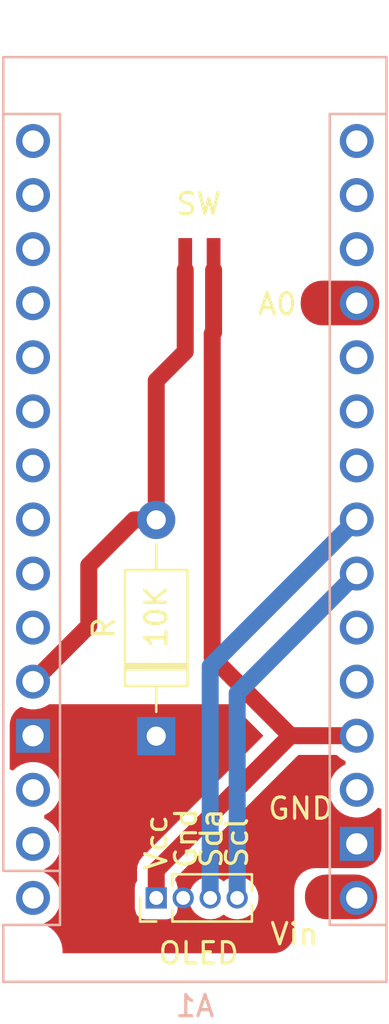
<source format=kicad_pcb>
(kicad_pcb (version 20200829) (generator pcbnew)

  (general
    (thickness 1.6)
  )

  (paper "A4")
  (layers
    (0 "F.Cu" signal)
    (31 "B.Cu" signal)
    (32 "B.Adhes" user)
    (33 "F.Adhes" user)
    (34 "B.Paste" user)
    (35 "F.Paste" user)
    (36 "B.SilkS" user)
    (37 "F.SilkS" user)
    (38 "B.Mask" user)
    (39 "F.Mask" user)
    (40 "Dwgs.User" user)
    (41 "Cmts.User" user)
    (42 "Eco1.User" user)
    (43 "Eco2.User" user)
    (44 "Edge.Cuts" user)
    (45 "Margin" user)
    (46 "B.CrtYd" user)
    (47 "F.CrtYd" user)
    (48 "B.Fab" user)
    (49 "F.Fab" user)
  )

  (setup
    (pcbplotparams
      (layerselection 0x010fc_ffffffff)
      (usegerberextensions false)
      (usegerberattributes true)
      (usegerberadvancedattributes true)
      (creategerberjobfile true)
      (svguseinch false)
      (svgprecision 6)
      (excludeedgelayer true)
      (linewidth 0.100000)
      (plotframeref false)
      (viasonmask false)
      (mode 1)
      (useauxorigin false)
      (hpglpennumber 1)
      (hpglpenspeed 20)
      (hpglpendiameter 15.000000)
      (psnegative false)
      (psa4output false)
      (plotreference true)
      (plotvalue true)
      (plotinvisibletext false)
      (sketchpadsonfab false)
      (subtractmaskfromsilk false)
      (outputformat 1)
      (mirror false)
      (drillshape 1)
      (scaleselection 1)
      (outputdirectory "")
    )
  )


  (net 0 "")
  (net 1 "Net-(A1-Pad30)")
  (net 2 "GND")
  (net 3 "/ARD5V")
  (net 4 "/A5")
  (net 5 "/A4")
  (net 6 "Net-(A1-Pad5)")
  (net 7 "Net-(A1-Pad19)")

  (module "Connector_PinHeader_1.27mm:PinHeader_1x04_P1.27mm_Vertical" (layer "F.Cu") (tedit 5F6D2785) (tstamp 5cea0b9e-0913-43f5-ba9a-20c7862225f4)
    (at 178.6 96.2 90)
    (descr "Through hole straight pin header, 1x04, 1.27mm pitch, single row")
    (tags "Through hole pin header THT 1x04 1.27mm single row")
    (property "Sheet file" "/Volumes/WD500/Projects/Oled_Clicker/KiCad/Clicker/Clicker.kicad_sch")
    (property "Sheet name" "")
    (path "/fb69615d-f9be-48a0-9bc2-d446d30a5bb4")
    (attr through_hole)
    (fp_text reference "OLED" (at -2.6 2 180) (layer "F.SilkS")
      (effects (font (size 1 1) (thickness 0.15)))
      (tstamp 43d94ab6-94c2-4b01-8b02-8015bc3f32c5)
    )
    (fp_text value "OLED" (at 0 5.505 90) (layer "F.Fab")
      (effects (font (size 1 1) (thickness 0.15)))
      (tstamp 3e0c7e95-bd73-4cd8-856a-f21063ce57d8)
    )
    (fp_text user "${REFERENCE}" (at 0 1.905) (layer "F.Fab")
      (effects (font (size 1 1) (thickness 0.15)))
      (tstamp ad31d392-f7e1-4fc1-b6a9-77040717ca1e)
    )
    (fp_line (start 0.563471 0.76) (end 1.11 0.76) (layer "F.SilkS") (width 0.12) (tstamp 4e22bd30-0614-421a-b12d-ea24e5b0aa5d))
    (fp_line (start -1.11 0.76) (end -0.563471 0.76) (layer "F.SilkS") (width 0.12) (tstamp 76a1a0cc-960a-4a6a-8f6e-4ffc570263b2))
    (fp_line (start -1.11 -0.76) (end 0 -0.76) (layer "F.SilkS") (width 0.12) (tstamp 785e447f-7194-4814-a397-e6fea9834bc4))
    (fp_line (start -1.11 0) (end -1.11 -0.76) (layer "F.SilkS") (width 0.12) (tstamp 8e1dac50-b0db-4596-8bd2-1f21bf7a8131))
    (fp_line (start 0.30753 4.505) (end 1.11 4.505) (layer "F.SilkS") (width 0.12) (tstamp a8e430b5-dfea-4910-ad15-08ba3ed7bba0))
    (fp_line (start 1.11 0.76) (end 1.11 4.505) (layer "F.SilkS") (width 0.12) (tstamp b10268a8-08e6-44db-8dfb-626b712a7a6e))
    (fp_line (start -1.11 0.76) (end -1.11 4.505) (layer "F.SilkS") (width 0.12) (tstamp b88c62b1-9af7-4ff5-a2cd-7bcc3aeb8bdc))
    (fp_line (start -1.11 4.505) (end -0.30753 4.505) (layer "F.SilkS") (width 0.12) (tstamp f03e2645-cfc0-4231-9926-255b6ce7766e))
    (fp_line (start 1.55 4.95) (end 1.55 -1.15) (layer "F.CrtYd") (width 0.05) (tstamp 125e9aa2-0ac9-4e48-805f-3ec97bd7e0bb))
    (fp_line (start -1.55 -1.15) (end -1.55 4.95) (layer "F.CrtYd") (width 0.05) (tstamp 6b10e83b-6c52-463b-840b-284722620687))
    (fp_line (start -1.55 4.95) (end 1.55 4.95) (layer "F.CrtYd") (width 0.05) (tstamp 8d4d8dcc-ce56-4127-a292-74cd7c8733a4))
    (fp_line (start 1.55 -1.15) (end -1.55 -1.15) (layer "F.CrtYd") (width 0.05) (tstamp e72c8993-3c27-4e79-ad70-b3f3cbf6b8a1))
    (fp_line (start 1.05 -0.635) (end 1.05 4.445) (layer "F.Fab") (width 0.1) (tstamp 07978f13-b92e-4abd-b7a1-f38cdf30f5a4))
    (fp_line (start -1.05 -0.11) (end -0.525 -0.635) (layer "F.Fab") (width 0.1) (tstamp 4c5707e0-eceb-47bb-a315-3e648335c0cd))
    (fp_line (start -0.525 -0.635) (end 1.05 -0.635) (layer "F.Fab") (width 0.1) (tstamp 7605259b-4cf3-4cf3-a2cc-69e20a56a9a0))
    (fp_line (start 1.05 4.445) (end -1.05 4.445) (layer "F.Fab") (width 0.1) (tstamp 7cb474e7-d919-4685-a2f2-383749763ef6))
    (fp_line (start -1.05 4.445) (end -1.05 -0.11) (layer "F.Fab") (width 0.1) (tstamp ce9656b6-4bbe-4045-afec-1ced11fe2a36))
    (pad "1" thru_hole rect (at 0 0 90) (size 1 1) (drill 0.65) (layers *.Cu *.Mask)
      (net 3 "/ARD5V") (pinfunction "SDA") (tstamp cce03d45-0285-4fa0-8a9f-91ca47a0bba7))
    (pad "2" thru_hole oval (at 0 1.27 90) (size 1 1) (drill 0.65) (layers *.Cu *.Mask)
      (net 2 "GND") (pinfunction "SCL") (tstamp e436014f-4e17-445b-917c-8d63f8d0eaac))
    (pad "3" thru_hole oval (at 0 2.54 90) (size 1 1) (drill 0.65) (layers *.Cu *.Mask)
      (net 5 "/A4") (pinfunction "VCC") (tstamp 49dc471a-c1bf-45d7-87d5-0bc376596bf1))
    (pad "4" thru_hole oval (at 0 3.81 90) (size 1 1) (drill 0.65) (layers *.Cu *.Mask)
      (net 4 "/A5") (pinfunction "GND") (tstamp aec411a9-2d51-41d7-bb57-16e459839e71))
    (model "${KISYS3DMOD}/Connector_PinHeader_1.27mm.3dshapes/PinHeader_1x04_P1.27mm_Vertical.wrl"
      (offset (xyz 0 0 0))
      (scale (xyz 1 1 1))
      (rotate (xyz 0 0 0))
    )
  )

  (module "Diode_THT:D_A-405_P10.16mm_Horizontal" (layer "F.Cu") (tedit 5AE50CD5) (tstamp ca31733c-a14a-43f7-962c-516cf529221a)
    (at 178.6 88.6 90)
    (descr "Diode, A-405 series, Axial, Horizontal, pin pitch=10.16mm, , length*diameter=5.2*2.7mm^2, , http://www.diodes.com/_files/packages/A-405.pdf")
    (tags "Diode A-405 series Axial Horizontal pin pitch 10.16mm  length 5.2mm diameter 2.7mm")
    (property "Sheet file" "/Volumes/WD500/Projects/Oled_Clicker/KiCad/Clicker/Clicker.kicad_sch")
    (property "Sheet name" "")
    (path "/0aa72639-2965-4edc-9a53-850dde3be69a")
    (attr through_hole)
    (fp_text reference "R" (at 5.08 -2.47 90) (layer "F.SilkS")
      (effects (font (size 1 1) (thickness 0.15)))
      (tstamp 8a28cc80-c2d3-47b3-b4f7-539ae02c34ec)
    )
    (fp_text value "10k" (at 5.08 2.47 90) (layer "F.Fab")
      (effects (font (size 1 1) (thickness 0.15)))
      (tstamp 6b7079c1-7613-4c6b-804b-8108fa0d0051)
    )
    (fp_text user "${REFERENCE}" (at 5.47 0 90) (layer "F.Fab")
      (effects (font (size 1 1) (thickness 0.15)))
      (tstamp f2cb0539-88a6-4f83-91e9-89b45eb27ebe)
    )
    (fp_line (start 3.38 -1.47) (end 3.38 1.47) (layer "F.SilkS") (width 0.12) (tstamp 00d5bdd0-69b8-4761-9781-5de6182f7013))
    (fp_line (start 7.8 1.47) (end 7.8 -1.47) (layer "F.SilkS") (width 0.12) (tstamp 1d253985-55d8-4c14-8622-8bf8ce24bb5f))
    (fp_line (start 9.02 0) (end 7.8 0) (layer "F.SilkS") (width 0.12) (tstamp 27d769f9-91b5-4a05-8344-8cb3584ee3a6))
    (fp_line (start 2.36 -1.47) (end 2.36 1.47) (layer "F.SilkS") (width 0.12) (tstamp 50526b8d-f26c-4928-b618-e6baec36b5a1))
    (fp_line (start 1.14 0) (end 2.36 0) (layer "F.SilkS") (width 0.12) (tstamp 56429aad-ca50-4a4d-bfe1-1f84a6f81def))
    (fp_line (start 3.26 -1.47) (end 3.26 1.47) (layer "F.SilkS") (width 0.12) (tstamp 8098260c-0c63-4b3a-be21-4d7aeab43c7c))
    (fp_line (start 2.36 1.47) (end 7.8 1.47) (layer "F.SilkS") (width 0.12) (tstamp ec2309f9-2d6b-48eb-acf6-5a42a56fb7bc))
    (fp_line (start 3.14 -1.47) (end 3.14 1.47) (layer "F.SilkS") (width 0.12) (tstamp f2aba51a-6742-4061-adf7-83b2321e8b17))
    (fp_line (start 7.8 -1.47) (end 2.36 -1.47) (layer "F.SilkS") (width 0.12) (tstamp f8a1bd23-1025-4fc4-ac46-9a24c87c1ab1))
    (fp_line (start 11.31 -1.6) (end -1.15 -1.6) (layer "F.CrtYd") (width 0.05) (tstamp 2cf5ee5d-605a-446f-8037-4633a1e91569))
    (fp_line (start -1.15 -1.6) (end -1.15 1.6) (layer "F.CrtYd") (width 0.05) (tstamp 85d596cb-6c8b-43f8-b658-7fcaa4db277c))
    (fp_line (start 11.31 1.6) (end 11.31 -1.6) (layer "F.CrtYd") (width 0.05) (tstamp d3529696-ac36-4875-882d-fa1c8e2f3101))
    (fp_line (start -1.15 1.6) (end 11.31 1.6) (layer "F.CrtYd") (width 0.05) (tstamp daaddd5a-3b1a-4b23-90b8-e9143a9198d7))
    (fp_line (start 0 0) (end 2.48 0) (layer "F.Fab") (width 0.1) (tstamp 0832832e-b2a1-4093-acb6-28066819aaca))
    (fp_line (start 3.26 -1.35) (end 3.26 1.35) (layer "F.Fab") (width 0.1) (tstamp 22f2a0c9-e64f-4554-a6a9-473e5fa8a2fa))
    (fp_line (start 2.48 1.35) (end 7.68 1.35) (layer "F.Fab") (width 0.1) (tstamp 38a0d04d-384f-45fa-a1c9-1469379b9143))
    (fp_line (start 2.48 -1.35) (end 2.48 1.35) (layer "F.Fab") (width 0.1) (tstamp 9486c599-0290-45d2-a395-27a96a42242b))
    (fp_line (start 10.16 0) (end 7.68 0) (layer "F.Fab") (width 0.1) (tstamp a5526a1d-5a49-4adc-bb98-f9a5ca291978))
    (fp_line (start 7.68 -1.35) (end 2.48 -1.35) (layer "F.Fab") (width 0.1) (tstamp c3d08b31-e65e-433e-8363-cebeee031235))
    (fp_line (start 7.68 1.35) (end 7.68 -1.35) (layer "F.Fab") (width 0.1) (tstamp d81ac64e-c1bf-47b3-b0a5-b25c1c46b152))
    (fp_line (start 3.16 -1.35) (end 3.16 1.35) (layer "F.Fab") (width 0.1) (tstamp e520b881-5ecb-4bf5-9ac0-6d7aa6d12c23))
    (fp_line (start 3.36 -1.35) (end 3.36 1.35) (layer "F.Fab") (width 0.1) (tstamp ee67110e-de2a-47c2-ac7f-a9ae32633a83))
    (pad "1" thru_hole rect (at 0 0 90) (size 1.8 1.8) (drill 0.9) (layers *.Cu *.Mask)
      (net 2 "GND") (tstamp d4166f12-6781-4aee-87a9-323c70664817))
    (pad "2" thru_hole oval (at 10.16 0 90) (size 1.8 1.8) (drill 0.9) (layers *.Cu *.Mask)
      (net 6 "Net-(A1-Pad5)") (tstamp 69cba609-2627-4605-9e25-5cdb982c693d))
    (model "${KISYS3DMOD}/Diode_THT.3dshapes/D_A-405_P10.16mm_Horizontal.wrl"
      (offset (xyz 0 0 0))
      (scale (xyz 1 1 1))
      (rotate (xyz 0 0 0))
    )
  )

  (module "Connector_PinHeader_1.27mm:PinHeader_1x02_P1.27mm_Vertical_SMD_Pin1Right" (layer "F.Cu") (tedit 5F6D2CAE) (tstamp ccfeb607-3a4a-42c7-a124-8c82603618ca)
    (at 180.6 68.2 90)
    (descr "surface-mounted straight pin header, 1x02, 1.27mm pitch, single row, style 2 (pin 1 right)")
    (tags "Surface mounted pin header SMD 1x02 1.27mm single row style2 pin1 right")
    (property "Sheet file" "/Volumes/WD500/Projects/Oled_Clicker/KiCad/Clicker/Clicker.kicad_sch")
    (property "Sheet name" "")
    (path "/0693592d-d598-42ce-8ed8-31cafa55086c")
    (attr smd)
    (fp_text reference "SW" (at 4.6 0) (layer "F.SilkS")
      (effects (font (size 1 1) (thickness 0.15)))
      (tstamp 0bc741cf-36f0-4e8c-8087-65ae8b9d376e)
    )
    (fp_text value "SW_PUSH" (at 0 2.33 90) (layer "F.Fab")
      (effects (font (size 1 1) (thickness 0.15)))
      (tstamp 7ed725fa-a0de-4f2a-81d4-685abba037ae)
    )
    (fp_line (start -3.5 1.8) (end 3.5 1.8) (layer "F.CrtYd") (width 0.05) (tstamp 357d5adf-be32-4621-a66f-375f372f0f54))
    (fp_line (start 3.5 1.8) (end 3.5 -1.8) (layer "F.CrtYd") (width 0.05) (tstamp 39ae2551-ba29-4944-bf32-1ca6af04a97b))
    (fp_line (start -3.5 -1.8) (end -3.5 1.8) (layer "F.CrtYd") (width 0.05) (tstamp 9fe90fc0-dc77-4a37-b737-f2a658a34367))
    (fp_line (start 3.5 -1.8) (end -3.5 -1.8) (layer "F.CrtYd") (width 0.05) (tstamp d87c5aca-9303-4887-9ec3-45f6377aa4a3))
    (fp_line (start 2.5 -0.835) (end 2.5 -0.435) (layer "F.Fab") (width 0.1) (tstamp 3f0e5c1d-3339-4c55-b35b-f8dbf6aacb22))
    (fp_line (start 2.5 -0.435) (end 1.05 -0.435) (layer "F.Fab") (width 0.1) (tstamp be346d05-fe13-40c5-ba90-e156e6768099))
    (fp_line (start 1.05 -0.835) (end 2.5 -0.835) (layer "F.Fab") (width 0.1) (tstamp c1e93392-d74e-41bd-8783-c546d755f28c))
    (pad "1" connect rect (at 1.5 -0.635 90) (size 3 0.65) (layers "F.Cu" "F.Mask")
      (net 6 "Net-(A1-Pad5)") (pinfunction "1") (tstamp ad8509cd-e972-4c93-87d7-1c56673722ed))
    (pad "2" connect rect (at 1.5 0.7 90) (size 3 0.65) (layers "F.Cu" "F.Mask")
      (net 3 "/ARD5V") (pinfunction "2") (tstamp 1aceae9b-1fbe-4621-995d-8786f2a0dba2))
    (model "${KISYS3DMOD}/Connector_PinHeader_1.27mm.3dshapes/PinHeader_1x02_P1.27mm_Vertical_SMD_Pin1Right.wrl"
      (offset (xyz 0 0 0))
      (scale (xyz 1 1 1))
      (rotate (xyz 0 0 0))
    )
  )

  (module "Module:Arduino_Nano_WithMountingHoles" (layer "B.Cu") (tedit 5F6D2965) (tstamp 82d83bfa-f713-4a0a-bd7b-4c9e3ce53831)
    (at 172.8 96.2)
    (descr "Arduino Nano, http://www.mouser.com/pdfdocs/Gravitech_Arduino_Nano3_0.pdf")
    (tags "Arduino Nano")
    (property "Sheet file" "/Volumes/WD500/Projects/Oled_Clicker/KiCad/Clicker/Clicker.kicad_sch")
    (property "Sheet name" "")
    (path "/10dec80c-c841-41f3-9f62-f78ad9dd8f1d")
    (attr through_hole)
    (fp_text reference "A1" (at 7.62 5.08) (layer "B.SilkS")
      (effects (font (size 1 1) (thickness 0.15)) (justify mirror))
      (tstamp 37eb7f38-5070-4733-afed-7d7ab1239f02)
    )
    (fp_text value "Arduino_Nano" (at 8.89 -15.24 -90) (layer "B.Fab")
      (effects (font (size 1 1) (thickness 0.15)) (justify mirror))
      (tstamp afd2bebe-8829-4ed0-9914-543f7abc7a2a)
    )
    (fp_text user "${REFERENCE}" (at 6.35 -16.51 -90) (layer "B.Fab")
      (effects (font (size 1 1) (thickness 0.15)) (justify mirror))
      (tstamp 544b3fda-a328-47a0-8959-c4dbe10c6197)
    )
    (fp_line (start -1.4 -1.27) (end -1.4 -39.5) (layer "B.SilkS") (width 0.12) (tstamp 0f45f9ee-6899-43f3-a527-46be499726c8))
    (fp_line (start 1.27 -36.83) (end -1.4 -36.83) (layer "B.SilkS") (width 0.12) (tstamp 286d92ee-0075-41dd-a7b3-1f3c1ecbdfff))
    (fp_line (start -1.4 3.94) (end -1.4 1.27) (layer "B.SilkS") (width 0.12) (tstamp 2c303c3f-d0d4-4201-baff-d1f95c15cd17))
    (fp_line (start 16.64 -39.5) (end 16.64 3.94) (layer "B.SilkS") (width 0.12) (tstamp 415fc0b1-a218-4a30-98e2-bd60c8c5e964))
    (fp_line (start 13.97 -36.83) (end 16.64 -36.83) (layer "B.SilkS") (width 0.12) (tstamp 464f2afc-f999-4a12-853b-258e290b7798))
    (fp_line (start 1.27 -1.27) (end -1.4 -1.27) (layer "B.SilkS") (width 0.12) (tstamp 5f8335cc-ad7a-460e-92a8-0bc2636b7779))
    (fp_line (start 16.64 3.94) (end -1.4 3.94) (layer "B.SilkS") (width 0.12) (tstamp 97f09536-5fb9-414d-8b3c-8b36d41a84f7))
    (fp_line (start 13.97 1.27) (end 16.64 1.27) (layer "B.SilkS") (width 0.12) (tstamp acf874a9-5696-4206-9230-6bb82b1b30fa))
    (fp_line (start -1.4 -39.5) (end 16.64 -39.5) (layer "B.SilkS") (width 0.12) (tstamp ae0f56c4-9c24-4dce-8bc1-5f3b31782fe2))
    (fp_line (start 1.27 -1.27) (end 1.27 -36.83) (layer "B.SilkS") (width 0.12) (tstamp b301d676-6b91-462c-a8b3-b8986a92a1ec))
    (fp_line (start 1.27 1.27) (end -1.4 1.27) (layer "B.SilkS") (width 0.12) (tstamp c9aa0b20-d643-4792-9364-eec2b71f28f3))
    (fp_line (start 13.97 1.27) (end 13.97 -36.83) (layer "B.SilkS") (width 0.12) (tstamp d7c4c7ef-63b1-4154-af80-64186a4ca16c))
    (fp_line (start 1.27 -1.27) (end 1.27 1.27) (layer "B.SilkS") (width 0.12) (tstamp fbb8abc2-f118-45d8-a350-cbd6b94b2c4a))
    (fp_line (start -1.53 4.06) (end -1.53 -42.16) (layer "B.CrtYd") (width 0.05) (tstamp 23e84859-487c-45f3-aab5-f5f9d40f8cda))
    (fp_line (start 16.75 -42.16) (end -1.53 -42.16) (layer "B.CrtYd") (width 0.05) (tstamp 325c45f0-5488-40bb-87d0-392ae204c8d3))
    (fp_line (start -1.53 4.06) (end 16.75 4.06) (layer "B.CrtYd") (width 0.05) (tstamp 388fef55-fd8f-4cc2-9c3c-f8b3afacaa89))
    (fp_line (start 16.75 -42.16) (end 16.75 4.06) (layer "B.CrtYd") (width 0.05) (tstamp 4b14b0c3-904e-4ed6-94f5-b9cd7687d153))
    (fp_line (start 16.51 3.81) (end 16.51 -39.37) (layer "B.Fab") (width 0.1) (tstamp 04b9720a-7bdb-4d1a-9d0b-b894470dc3c5))
    (fp_line (start 0 3.81) (end 16.51 3.81) (layer "B.Fab") (width 0.1) (tstamp 4f043aef-3798-45f3-b4b8-d7f16a00d0d7))
    (fp_line (start 16.51 -39.37) (end -1.27 -39.37) (layer "B.Fab") (width 0.1) (tstamp 70ebf152-6e62-4b7c-8b0d-200c9aabf537))
    (fp_line (start 11.43 -31.75) (end 11.43 -41.91) (layer "B.Fab") (width 0.1) (tstamp 78ef7e9b-4d6f-4a51-ba7f-d6dc8c04728d))
    (fp_line (start -1.27 -39.37) (end -1.27 2.54) (layer "B.Fab") (width 0.1) (tstamp ac6f698a-227d-4413-bdb3-8d6a6888fa2b))
    (fp_line (start 3.81 -31.75) (end 11.43 -31.75) (layer "B.Fab") (width 0.1) (tstamp c486fbc7-9239-4a11-b00d-7f8796183035))
    (fp_line (start -1.27 2.54) (end 0 3.81) (layer "B.Fab") (width 0.1) (tstamp d651e2f7-af3f-4bd1-acde-b403a0819a9d))
    (fp_line (start 3.81 -41.91) (end 3.81 -31.75) (layer "B.Fab") (width 0.1) (tstamp f7310187-bd25-499b-9a87-543c00c004fb))
    (fp_line (start 11.43 -41.91) (end 3.81 -41.91) (layer "B.Fab") (width 0.1) (tstamp f8f2b554-3e45-4c73-904a-421697ab709b))
    (pad "" np_thru_hole circle (at 15.24 -38.1) (size 1.78 1.78) (drill 1.78) (layers *.Cu *.Mask) (tstamp 738517ba-0289-47e9-a79e-041bc94aee9d))
    (pad "" np_thru_hole circle (at 15.24 2.54) (size 1.78 1.78) (drill 1.78) (layers *.Cu *.Mask) (tstamp 87c2289a-68d2-4367-a5ac-c6e43b80022f))
    (pad "" np_thru_hole circle (at 0 2.54) (size 1.78 1.78) (drill 1.78) (layers *.Cu *.Mask) (tstamp 99fccf3f-bc20-49bf-9db9-c34a2165431b))
    (pad "" np_thru_hole circle (at 0 -38.1) (size 1.78 1.78) (drill 1.78) (layers *.Cu *.Mask) (tstamp bd5e6f55-3fa2-44fe-b147-91cdd8e1be91))
    (pad "1" thru_hole oval (at 0 0) (size 1.6 1.6) (drill 1) (layers *.Cu *.Mask)
      (pinfunction "D1/RX") (tstamp 0185778a-1298-4f06-911a-aae33c0552da))
    (pad "2" thru_hole oval (at 0 -2.54) (size 1.6 1.6) (drill 1) (layers *.Cu *.Mask)
      (pinfunction "D0/TX") (tstamp d59fa001-88d6-4abd-9fa9-e04d79cc4fac))
    (pad "3" thru_hole oval (at 0 -5.08) (size 1.6 1.6) (drill 1) (layers *.Cu *.Mask)
      (pinfunction "RESET") (tstamp 2760f3d6-4dba-45f6-ab8c-75fb2a518e4d))
    (pad "4" thru_hole trapezoid (at 0 -7.62) (size 1.6 1.6) (drill 1) (layers *.Cu *.Mask)
      (net 2 "GND") (pinfunction "GND") (tstamp 3beae781-b708-4501-82af-aaaf083dfda0))
    (pad "5" thru_hole oval (at 0 -10.16) (size 1.6 1.6) (drill 1) (layers *.Cu *.Mask)
      (net 6 "Net-(A1-Pad5)") (pinfunction "D2") (tstamp 9890a7ff-cbd4-4988-bef1-4d45c7e284c8))
    (pad "6" thru_hole oval (at 0 -12.7) (size 1.6 1.6) (drill 1) (layers *.Cu *.Mask)
      (pinfunction "D3") (tstamp ec545134-73e3-4399-ba94-eb1d44c2e53f))
    (pad "7" thru_hole oval (at 0 -15.24) (size 1.6 1.6) (drill 1) (layers *.Cu *.Mask)
      (pinfunction "D4") (tstamp b35c63ad-d9a0-4929-a06d-19f0d7e33059))
    (pad "8" thru_hole oval (at 0 -17.78) (size 1.6 1.6) (drill 1) (layers *.Cu *.Mask)
      (pinfunction "D5") (tstamp d06b84da-71dc-4ff1-8340-f20c00208a1e))
    (pad "9" thru_hole oval (at 0 -20.32) (size 1.6 1.6) (drill 1) (layers *.Cu *.Mask)
      (pinfunction "D6") (tstamp e98ec07b-a78f-4905-aaaa-eb59f7e80d9f))
    (pad "10" thru_hole oval (at 0 -22.86) (size 1.6 1.6) (drill 1) (layers *.Cu *.Mask)
      (pinfunction "D7") (tstamp 6cbd3d47-9ad2-4882-a6c0-02a58011afd8))
    (pad "11" thru_hole oval (at 0 -25.4) (size 1.6 1.6) (drill 1) (layers *.Cu *.Mask)
      (pinfunction "D8") (tstamp c22587d5-8b0a-46c0-827c-3b359c3be242))
    (pad "12" thru_hole oval (at 0 -27.94) (size 1.6 1.6) (drill 1) (layers *.Cu *.Mask)
      (pinfunction "D9") (tstamp 0deff0d4-febd-4073-8505-892e85da856e))
    (pad "13" thru_hole oval (at 0 -30.48) (size 1.6 1.6) (drill 1) (layers *.Cu *.Mask)
      (pinfunction "D10") (tstamp 6ee4ec51-844d-4286-b5de-3ef5dece344c))
    (pad "14" thru_hole oval (at 0 -33.02) (size 1.6 1.6) (drill 1) (layers *.Cu *.Mask)
      (pinfunction "D11") (tstamp 798970f5-f807-4f47-8fd6-c4fe0a89e710))
    (pad "15" thru_hole oval (at 0 -35.56) (size 1.6 1.6) (drill 1) (layers *.Cu *.Mask)
      (pinfunction "D12") (tstamp 109f7d85-599e-4f6d-8003-90522f5c902d))
    (pad "16" thru_hole oval (at 15.24 -35.56) (size 1.6 1.6) (drill 1) (layers *.Cu *.Mask)
      (pinfunction "D13") (tstamp 27514014-431d-4e5c-8873-9bf91e444f0c))
    (pad "17" thru_hole oval (at 15.24 -33.02) (size 1.6 1.6) (drill 1) (layers *.Cu *.Mask)
      (pinfunction "3V3") (tstamp a4f14ede-bedb-4bcc-82c0-cea21ee82380))
    (pad "18" thru_hole oval (at 15.24 -30.48) (size 1.6 1.6) (drill 1) (layers *.Cu *.Mask)
      (pinfunction "Aref") (tstamp 7541ac6f-5f7a-4781-9001-4d310758c932))
    (pad "19" thru_hole oval (at 15.24 -27.94) (size 1.6 1.6) (drill 1) (layers *.Cu *.Mask)
      (net 7 "Net-(A1-Pad19)") (pinfunction "AD0/D14") (tstamp a0d1dd4e-0631-45fb-9d25-7d63e326a084))
    (pad "20" thru_hole oval (at 15.24 -25.4) (size 1.6 1.6) (drill 1) (layers *.Cu *.Mask)
      (pinfunction "AD1/D15") (tstamp 6de60469-b9ff-48f6-859d-6e9754dc4999))
    (pad "21" thru_hole oval (at 15.24 -22.86) (size 1.6 1.6) (drill 1) (layers *.Cu *.Mask)
      (pinfunction "AD2/D16") (tstamp 044ca295-b33c-4ee4-b69c-905a7a2ed807))
    (pad "22" thru_hole oval (at 15.24 -20.32) (size 1.6 1.6) (drill 1) (layers *.Cu *.Mask)
      (pinfunction "AD3/D17") (tstamp 129a05bb-cfba-4ea9-bce1-0a401a8ff266))
    (pad "23" thru_hole oval (at 15.24 -17.78) (size 1.6 1.6) (drill 1) (layers *.Cu *.Mask)
      (net 5 "/A4") (pinfunction "AD4/D18") (tstamp d3a06025-f43e-4d1d-a2ea-882f9e014d27))
    (pad "24" thru_hole oval (at 15.24 -15.24) (size 1.6 1.6) (drill 1) (layers *.Cu *.Mask)
      (net 4 "/A5") (pinfunction "AD5/D19") (tstamp 58e15c39-15de-4b27-9dbc-e5b93cb7e84e))
    (pad "25" thru_hole oval (at 15.24 -12.7) (size 1.6 1.6) (drill 1) (layers *.Cu *.Mask)
      (pinfunction "AD6") (tstamp 1501d0d4-bff1-41c5-8890-460bf0d23c1f))
    (pad "26" thru_hole oval (at 15.24 -10.16) (size 1.6 1.6) (drill 1) (layers *.Cu *.Mask)
      (pinfunction "AD7") (tstamp 22a07d29-552d-4a76-b3ef-edafd3859439))
    (pad "27" thru_hole oval (at 15.24 -7.62) (size 1.6 1.6) (drill 1) (layers *.Cu *.Mask)
      (net 3 "/ARD5V") (pinfunction "5V") (tstamp d0c32a87-c558-4bba-9729-380f0ac4d2e9))
    (pad "28" thru_hole oval (at 15.24 -5.08) (size 1.6 1.6) (drill 1) (layers *.Cu *.Mask)
      (pinfunction "RESET") (tstamp d2b1078d-bfba-4cbd-bc53-15b51ca0db35))
    (pad "29" thru_hole rect (at 15.24 -2.54) (size 1.6 1.6) (drill 1) (layers *.Cu *.Mask)
      (net 2 "GND") (pinfunction "GND") (tstamp 9cf02215-0593-4e9b-9bde-ea785969645b))
    (pad "30" thru_hole oval (at 15.24 0) (size 1.6 1.6) (drill 1) (layers *.Cu *.Mask)
      (net 1 "Net-(A1-Pad30)") (pinfunction "Vin") (tstamp aa3eaf92-6670-426b-98b0-1f431b0bbd9a))
    (model "${KISYS3DMOD}/Module.3dshapes/Arduino_Nano_WithMountingHoles.wrl"
      (offset (xyz 0 0 0))
      (scale (xyz 1 1 1))
      (rotate (xyz 0 0 0))
    )
  )

  (gr_text "10K" (at 178.6 83 90) (layer "F.SilkS") (tstamp 0e2d5874-7b1e-4001-98ee-cb9aa2c6eced)
    (effects (font (size 1 1) (thickness 0.15)))
  )
  (gr_text "Gnd\n" (at 180 93.4 90) (layer "F.SilkS") (tstamp 15fcfedb-1038-449a-aca0-77fe7096819b)
    (effects (font (size 1 1) (thickness 0.15)))
  )
  (gr_text "A0\n" (at 184.3 68.3) (layer "F.SilkS") (tstamp 1e27e5f5-00a3-49ce-a0df-3891026f8b6f)
    (effects (font (size 1 1) (thickness 0.15)))
  )
  (gr_text "Scl" (at 182.4 93.6 90) (layer "F.SilkS") (tstamp 43eb21ae-e4df-46cf-b0b6-044ad227bbef)
    (effects (font (size 1 1) (thickness 0.15)))
  )
  (gr_text "Sda" (at 181.2 93.4 90) (layer "F.SilkS") (tstamp 527d160d-bcde-4b31-817d-7a6e722c9359)
    (effects (font (size 1 1) (thickness 0.15)))
  )
  (gr_text "GND\n" (at 185.4 92) (layer "F.SilkS") (tstamp 9061381e-d3a9-4e43-b320-234ba8574ffd)
    (effects (font (size 1 1) (thickness 0.15)))
  )
  (gr_text "Vin" (at 185.1 97.9) (layer "F.SilkS") (tstamp a3c82592-62bd-4dbd-b2c2-86a622b49c21)
    (effects (font (size 1 1) (thickness 0.15)))
  )
  (gr_text "Vcc" (at 178.6 93.6 90) (layer "F.SilkS") (tstamp ccfdd301-ef78-4f02-9b72-85aff76f5aec)
    (effects (font (size 1 1) (thickness 0.15)))
  )

  (segment (start 181.235 84.895) (end 181.235 69.7) (width 0.8) (layer "F.Cu") (net 3) (tstamp 0e5f4be7-edf0-48a4-86bf-1a5bb9f5e52f))
  (segment (start 178.6 94.9) (end 184.92 88.58) (width 0.8) (layer "F.Cu") (net 3) (tstamp 14d6f00f-3d0d-4b87-adc5-d6f2beb91875))
  (segment (start 184.92 88.58) (end 181.235 84.895) (width 0.8) (layer "F.Cu") (net 3) (tstamp 391f7640-4c66-46a4-91e9-f7fe702b0dd7))
  (segment (start 181.3 69.635) (end 181.3 66.7) (width 0.8) (layer "F.Cu") (net 3) (tstamp 628cb99e-6478-49c0-80a8-fb76ea8fb26b))
  (segment (start 184.92 88.58) (end 188.04 88.58) (width 0.8) (layer "F.Cu") (net 3) (tstamp 8bbeda81-f179-44ff-9115-3015268c71a1))
  (segment (start 178.6 96.2) (end 178.6 94.9) (width 0.8) (layer "F.Cu") (net 3) (tstamp e3a583b3-e0bc-46c8-ba34-7d5ae10bcb6f))
  (segment (start 181.235 69.7) (end 181.3 69.635) (width 0.8) (layer "F.Cu") (net 3) (tstamp ec60a7f5-eac4-430c-a7a1-d225f829eb31))
  (segment (start 182.41 96.2) (end 182.41 86.59) (width 0.8) (layer "B.Cu") (net 4) (tstamp 1b5388a3-be60-4eaf-8e79-98ad493460dc))
  (segment (start 182.41 86.59) (end 188.04 80.96) (width 0.8) (layer "B.Cu") (net 4) (tstamp 754dd9b1-c1d1-4e69-96e9-9c7ad83450d4))
  (segment (start 181.14 96.2) (end 181.14 85.32) (width 0.8) (layer "B.Cu") (net 5) (tstamp 7e759042-eaa6-4877-a543-ce96fcaa441f))
  (segment (start 181.14 85.32) (end 188.04 78.42) (width 0.8) (layer "B.Cu") (net 5) (tstamp a6a40544-47c4-472a-a0dc-3ac68c7bdf40))
  (segment (start 179.965 70.535) (end 179.965 66.7) (width 0.8) (layer "F.Cu") (net 6) (tstamp 7bf21571-f019-4b0e-9291-9121ca06a208))
  (segment (start 177.56 78.44) (end 178.6 78.44) (width 0.8) (layer "F.Cu") (net 6) (tstamp 86061b0b-4856-46f8-b037-eb1b8f43d110))
  (segment (start 175.425 80.575) (end 177.56 78.44) (width 0.8) (layer "F.Cu") (net 6) (tstamp cf5a17cb-a548-4464-b706-22ed1f99f081))
  (segment (start 172.8 86.04) (end 175.425 83.415) (width 0.8) (layer "F.Cu") (net 6) (tstamp d14215bc-054e-4e25-b0f8-4b27fddccbe6))
  (segment (start 178.6 78.44) (end 178.6 71.9) (width 0.8) (layer "F.Cu") (net 6) (tstamp d55cd892-8409-41e7-bc5a-a21ac5a20159))
  (segment (start 175.425 83.415) (end 175.425 80.575) (width 0.8) (layer "F.Cu") (net 6) (tstamp df71ef54-4af6-45d3-9a2c-b1e01705abe8))
  (segment (start 178.6 71.9) (end 179.965 70.535) (width 0.8) (layer "F.Cu") (net 6) (tstamp ebe30243-42d5-41ef-80f0-eaeb88b7d2c4))

  (zone (net 1) (net_name "Net-(A1-Pad30)") (layer "F.Cu") (tstamp 0719f144-5252-47e7-a27d-6e5cd7c33fb2) (hatch edge 0.508)
    (connect_pads yes (clearance 0.508))
    (min_thickness 0.254) (filled_areas_thickness no)
    (fill yes (mode hatch) (thermal_gap 0.508) (thermal_bridge_width 0.508) (smoothing fillet) (radius 1)
      (hatch_thickness 1.016) (hatch_gap 1.524) (hatch_orientation 0)
      (hatch_border_algorithm hatch_thickness) (hatch_min_hole_area 0.3))
    (polygon
      (pts
        (xy 189 97.2)
        (xy 185.6 97.2)
        (xy 185.6 95.1)
        (xy 189 95.1)
      )
    )
    (filled_polygon
      (layer F.Cu)
      (pts
        (xy 188.19509 95.119215)
        (xy 188.382684 95.176121)
        (xy 188.533247 95.256598)
        (xy 188.55557 95.26853)
        (xy 188.707107 95.392893)
        (xy 188.83147 95.54443)
        (xy 188.923879 95.717316)
        (xy 188.974277 95.883456)
        (xy 188.980785 95.90491)
        (xy 189 96.1)
        (xy 189 96.2)
        (xy 188.980785 96.39509)
        (xy 188.923879 96.582684)
        (xy 188.83147 96.75557)
        (xy 188.707107 96.907107)
        (xy 188.55557 97.03147)
        (xy 188.382684 97.123879)
        (xy 188.216544 97.174277)
        (xy 188.19509 97.180785)
        (xy 188 97.2)
        (xy 186.6 97.2)
        (xy 186.40491 97.180785)
        (xy 186.383456 97.174277)
        (xy 186.217316 97.123879)
        (xy 186.04443 97.03147)
        (xy 185.892893 96.907107)
        (xy 185.76853 96.75557)
        (xy 185.676121 96.582684)
        (xy 185.619215 96.39509)
        (xy 185.6 96.2)
        (xy 185.6 96.1)
        (xy 185.619215 95.90491)
        (xy 185.625723 95.883456)
        (xy 185.676121 95.717316)
        (xy 185.76853 95.54443)
        (xy 185.892893 95.392893)
        (xy 186.04443 95.26853)
        (xy 186.066753 95.256598)
        (xy 186.217316 95.176121)
        (xy 186.40491 95.119215)
        (xy 186.6 95.1)
        (xy 188 95.1)
      )
    )
  )
  (zone (net 7) (net_name "Net-(A1-Pad19)") (layer "F.Cu") (tstamp 17db35d1-54b2-4dfe-9eb1-b78c3f1df5ee) (hatch edge 0.508)
    (connect_pads yes (clearance 0.508))
    (min_thickness 0.254) (filled_areas_thickness no)
    (fill yes (thermal_gap 0.508) (thermal_bridge_width 0.508) (smoothing fillet) (radius 1))
    (polygon
      (pts
        (xy 189.1 69.3)
        (xy 185.4 69.3)
        (xy 185.4 67.2)
        (xy 189.1 67.2)
      )
    )
    (filled_polygon
      (layer F.Cu)
      (pts
        (xy 188.29509 67.219215)
        (xy 188.482684 67.276121)
        (xy 188.633247 67.356598)
        (xy 188.65557 67.36853)
        (xy 188.807107 67.492893)
        (xy 188.93147 67.64443)
        (xy 189.023879 67.817316)
        (xy 189.074277 67.983456)
        (xy 189.080785 68.00491)
        (xy 189.1 68.2)
        (xy 189.1 68.3)
        (xy 189.080785 68.49509)
        (xy 189.023879 68.682684)
        (xy 188.93147 68.85557)
        (xy 188.807107 69.007107)
        (xy 188.65557 69.13147)
        (xy 188.482684 69.223879)
        (xy 188.316544 69.274277)
        (xy 188.29509 69.280785)
        (xy 188.1 69.3)
        (xy 186.4 69.3)
        (xy 186.20491 69.280785)
        (xy 186.183456 69.274277)
        (xy 186.017316 69.223879)
        (xy 185.84443 69.13147)
        (xy 185.692893 69.007107)
        (xy 185.56853 68.85557)
        (xy 185.476121 68.682684)
        (xy 185.419215 68.49509)
        (xy 185.4 68.3)
        (xy 185.4 68.2)
        (xy 185.419215 68.00491)
        (xy 185.425723 67.983456)
        (xy 185.476121 67.817316)
        (xy 185.56853 67.64443)
        (xy 185.692893 67.492893)
        (xy 185.84443 67.36853)
        (xy 185.866753 67.356598)
        (xy 186.017316 67.276121)
        (xy 186.20491 67.219215)
        (xy 186.4 67.2)
        (xy 188.1 67.2)
      )
    )
  )
  (zone (net 2) (net_name "GND") (layer "F.Cu") (tstamp 3a9eedf9-b6e0-4a96-afff-e6a91cb67c3f) (hatch edge 0.508)
    (connect_pads yes (clearance 0.5))
    (min_thickness 0.254) (filled_areas_thickness no)
    (fill yes (thermal_gap 0.508) (thermal_bridge_width 0.508) (smoothing fillet) (radius 1))
    (polygon
      (pts
        (xy 189.2 94.8)
        (xy 185.1 94.8)
        (xy 185.1 98.8)
        (xy 171.7 98.8)
        (xy 171.7 87.1)
        (xy 189.2 87.1)
      )
    )
    (filled_polygon
      (layer F.Cu)
      (pts
        (xy 183.645793 88.58)
        (xy 178.004648 94.221146)
        (xy 177.957401 94.2574)
        (xy 177.921147 94.304647)
        (xy 177.921143 94.304651)
        (xy 177.812979 94.445614)
        (xy 177.722192 94.664793)
        (xy 177.691227 94.9)
        (xy 177.699001 94.95905)
        (xy 177.699001 95.394551)
        (xy 177.669214 95.446144)
        (xy 177.622906 95.526351)
        (xy 177.622906 95.526352)
        (xy 177.592287 95.7)
        (xy 177.592287 96.7)
        (xy 177.660308 96.953857)
        (xy 177.773648 97.088931)
        (xy 177.926352 97.177094)
        (xy 178.1 97.207713)
        (xy 179.1 97.207713)
        (xy 179.353857 97.139692)
        (xy 179.488931 97.026352)
        (xy 179.577094 96.873648)
        (xy 179.607713 96.7)
        (xy 179.607713 96.196491)
        (xy 180.134849 96.196491)
        (xy 180.154674 96.398679)
        (xy 180.178704 96.476305)
        (xy 180.214748 96.592746)
        (xy 180.312619 96.770772)
        (xy 180.444287 96.925482)
        (xy 180.604376 97.050557)
        (xy 180.786344 97.140887)
        (xy 180.982759 97.192782)
        (xy 181.185597 97.204122)
        (xy 181.185601 97.204122)
        (xy 181.386571 97.174446)
        (xy 181.528604 97.12275)
        (xy 181.577476 97.104962)
        (xy 181.577478 97.104961)
        (xy 181.782539 96.978806)
        (xy 181.874376 97.050557)
        (xy 182.056344 97.140887)
        (xy 182.252759 97.192782)
        (xy 182.455597 97.204122)
        (xy 182.455601 97.204122)
        (xy 182.656571 97.174446)
        (xy 182.777992 97.130252)
        (xy 182.847476 97.104962)
        (xy 183.020508 96.998511)
        (xy 183.168602 96.859442)
        (xy 183.168604 96.85944)
        (xy 183.285706 96.693438)
        (xy 183.36704 96.507272)
        (xy 183.409278 96.308554)
        (xy 183.410012 96.098422)
        (xy 183.369162 95.899419)
        (xy 183.326896 95.800805)
        (xy 183.28913 95.71269)
        (xy 183.173187 95.54587)
        (xy 183.173185 95.545867)
        (xy 183.026071 95.405771)
        (xy 182.853785 95.298115)
        (xy 182.853784 95.298115)
        (xy 182.853783 95.298114)
        (xy 182.663369 95.2273)
        (xy 182.562987 95.21176)
        (xy 182.462607 95.196221)
        (xy 182.462606 95.196221)
        (xy 182.259694 95.206145)
        (xy 182.113442 95.243696)
        (xy 182.06292 95.256667)
        (xy 181.880327 95.345723)
        (xy 181.78162 95.421737)
        (xy 181.746885 95.400032)
        (xy 181.583783 95.298114)
        (xy 181.393369 95.2273)
        (xy 181.292987 95.21176)
        (xy 181.192607 95.196221)
        (xy 181.192606 95.196221)
        (xy 180.989694 95.206145)
        (xy 180.843442 95.243696)
        (xy 180.79292 95.256667)
        (xy 180.610324 95.345725)
        (xy 180.472968 95.451504)
        (xy 180.449369 95.469678)
        (xy 180.316624 95.623466)
        (xy 180.217513 95.800804)
        (xy 180.156085 95.994449)
        (xy 180.134849 96.196491)
        (xy 179.607713 96.196491)
        (xy 179.607713 95.7)
        (xy 179.539692 95.446144)
        (xy 179.539692 95.446143)
        (xy 179.501 95.400032)
        (xy 179.501 95.273206)
        (xy 185.293207 89.481)
        (xy 187.09133 89.481)
        (xy 187.117249 89.502748)
        (xy 187.11725 89.50275)
        (xy 187.25083 89.614837)
        (xy 187.291504 89.648966)
        (xy 187.513706 89.777254)
        (xy 187.513706 89.922746)
        (xy 187.291504 90.051033)
        (xy 187.11725 90.19725)
        (xy 186.971033 90.371504)
        (xy 186.8573 90.568498)
        (xy 186.779501 90.782248)
        (xy 186.740001 91.006266)
        (xy 186.740001 91.233734)
        (xy 186.779501 91.457752)
        (xy 186.8573 91.671502)
        (xy 186.971033 91.868496)
        (xy 187.11725 92.04275)
        (xy 187.291504 92.188967)
        (xy 187.488498 92.3027)
        (xy 187.702248 92.380499)
        (xy 187.810015 92.399501)
        (xy 187.926265 92.419999)
        (xy 188.153735 92.419999)
        (xy 188.269985 92.399501)
        (xy 188.377752 92.380499)
        (xy 188.591502 92.3027)
        (xy 188.788496 92.188967)
        (xy 188.96275 92.04275)
        (xy 189.034189 91.957613)
        (xy 189.2 92.017963)
        (xy 189.2 93.8)
        (xy 189.180785 93.99509)
        (xy 189.123879 94.182684)
        (xy 189.083943 94.2574)
        (xy 189.03147 94.35557)
        (xy 188.907107 94.507107)
        (xy 188.75557 94.63147)
        (xy 188.582684 94.723879)
        (xy 188.416544 94.774277)
        (xy 188.39509 94.780785)
        (xy 188.2 94.8)
        (xy 186.099997 94.8)
        (xy 185.904914 94.819214)
        (xy 185.904911 94.819215)
        (xy 185.90491 94.819215)
        (xy 185.717317 94.87612)
        (xy 185.54443 94.96853)
        (xy 185.392893 95.092893)
        (xy 185.26853 95.24443)
        (xy 185.17612 95.417317)
        (xy 185.119215 95.60491)
        (xy 185.119214 95.604914)
        (xy 185.109849 95.700001)
        (xy 185.1 95.8)
        (xy 185.1 97.8)
        (xy 185.080785 97.99509)
        (xy 185.023879 98.182684)
        (xy 184.93147 98.35557)
        (xy 184.807107 98.507107)
        (xy 184.65557 98.63147)
        (xy 184.482684 98.723879)
        (xy 184.316544 98.774277)
        (xy 184.29509 98.780785)
        (xy 184.1 98.8)
        (xy 174.188322 98.8)
        (xy 174.19003 98.622054)
        (xy 174.150285 98.389535)
        (xy 174.138324 98.35557)
        (xy 174.071931 98.167035)
        (xy 173.957208 97.96092)
        (xy 173.809398 97.777082)
        (xy 173.632729 97.620778)
        (xy 173.632726 97.620776)
        (xy 173.432243 97.496471)
        (xy 173.432239 97.496469)
        (xy 173.298295 97.413421)
        (xy 173.548496 97.268967)
        (xy 173.72275 97.12275)
        (xy 173.868967 96.948496)
        (xy 173.9827 96.751502)
        (xy 174.060499 96.537752)
        (xy 174.099999 96.313734)
        (xy 174.099999 96.086266)
        (xy 174.060499 95.862248)
        (xy 173.9827 95.648498)
        (xy 173.868967 95.451504)
        (xy 173.72275 95.27725)
        (xy 173.548496 95.131033)
        (xy 173.326294 95.002746)
        (xy 173.326294 94.857254)
        (xy 173.548496 94.728967)
        (xy 173.72275 94.58275)
        (xy 173.868967 94.408496)
        (xy 173.9827 94.211502)
        (xy 174.060499 93.997752)
        (xy 174.099999 93.773734)
        (xy 174.099999 93.546266)
        (xy 174.060499 93.322248)
        (xy 173.9827 93.108498)
        (xy 173.868967 92.911504)
        (xy 173.72275 92.73725)
        (xy 173.548496 92.591033)
        (xy 173.326294 92.462746)
        (xy 173.326294 92.317254)
        (xy 173.548496 92.188967)
        (xy 173.72275 92.04275)
        (xy 173.868967 91.868496)
        (xy 173.9827 91.671502)
        (xy 174.060499 91.457752)
        (xy 174.099999 91.233734)
        (xy 174.099999 91.006266)
        (xy 174.060499 90.782248)
        (xy 173.9827 90.568498)
        (xy 173.868967 90.371504)
        (xy 173.72275 90.19725)
        (xy 173.548496 90.051033)
        (xy 173.351502 89.9373)
        (xy 173.137752 89.859501)
        (xy 172.988407 89.833168)
        (xy 172.913735 89.820001)
        (xy 172.686265 89.820001)
        (xy 172.611593 89.833168)
        (xy 172.462248 89.859501)
        (xy 172.248498 89.9373)
        (xy 172.051504 90.051034)
        (xy 171.8455 90.223891)
        (xy 171.7 90.156043)
        (xy 171.7 88.099997)
        (xy 171.719215 87.90491)
        (xy 171.725723 87.883456)
        (xy 171.776121 87.717316)
        (xy 171.86853 87.54443)
        (xy 171.992893 87.392893)
        (xy 172.14443 87.26853)
        (xy 172.168688 87.255564)
        (xy 172.237598 87.218733)
        (xy 172.462246 87.300498)
        (xy 172.462248 87.300498)
        (xy 172.46225 87.300499)
        (xy 172.686265 87.339999)
        (xy 172.913735 87.339999)
        (xy 173.029985 87.319501)
        (xy 173.137752 87.300499)
        (xy 173.351502 87.2227)
        (xy 173.358373 87.218733)
        (xy 173.548497 87.108965)
        (xy 173.548499 87.108964)
        (xy 173.564024 87.1)
        (xy 182.165793 87.1)
      )
    )
  )
  (zone (net 0) (net_name "") (layer "F.Cu") (tstamp c4c6612e-3f78-47cc-ad09-b00e091a0a69) (hatch edge 0.508)
    (connect_pads yes (clearance 0.508))
    (min_thickness 0.254) (filled_areas_thickness no)
    (fill yes (thermal_gap 0.508) (thermal_bridge_width 0.508))
    (polygon
      (pts
        (xy 189.1 69.3)
        (xy 185.4 69.3)
        (xy 185.4 67.2)
        (xy 189.1 67.2)
      )
    )
    (filled_polygon
      (layer F.Mask)
      (island)
      (pts
        (xy 188.976999 67.200036)
        (xy 188.979995 67.200143)
        (xy 188.982989 67.200321)
        (xy 188.985977 67.200571)
        (xy 188.988959 67.200891)
        (xy 188.991932 67.201282)
        (xy 188.994895 67.201745)
        (xy 188.997846 67.202277)
        (xy 189.000783 67.202879)
        (xy 189.003706 67.203552)
        (xy 189.006611 67.204293)
        (xy 189.009498 67.205104)
        (xy 189.012365 67.205983)
        (xy 189.015211 67.20693)
        (xy 189.018032 67.207944)
        (xy 189.020829 67.209026)
        (xy 189.0236 67.210173)
        (xy 189.026342 67.211386)
        (xy 189.029055 67.212664)
        (xy 189.031737 67.214007)
        (xy 189.034385 67.215412)
        (xy 189.037 67.216881)
        (xy 189.039579 67.218411)
        (xy 189.042121 67.220002)
        (xy 189.044624 67.221653)
        (xy 189.047087 67.223363)
        (xy 189.049509 67.225132)
        (xy 189.051888 67.226957)
        (xy 189.054223 67.228839)
        (xy 189.056512 67.230776)
        (xy 189.058755 67.232766)
        (xy 189.06095 67.23481)
        (xy 189.063095 67.236905)
        (xy 189.06519 67.23905)
        (xy 189.067234 67.241245)
        (xy 189.069224 67.243488)
        (xy 189.071161 67.245777)
        (xy 189.073043 67.248112)
        (xy 189.074868 67.250491)
        (xy 189.076637 67.252913)
        (xy 189.078347 67.255376)
        (xy 189.079998 67.257879)
        (xy 189.081589 67.260421)
        (xy 189.083119 67.263)
        (xy 189.084588 67.265615)
        (xy 189.085993 67.268263)
        (xy 189.087336 67.270945)
        (xy 189.088614 67.273658)
        (xy 189.089827 67.2764)
        (xy 189.090974 67.279171)
        (xy 189.092056 67.281968)
        (xy 189.09307 67.284789)
        (xy 189.094017 67.287635)
        (xy 189.094896 67.290502)
        (xy 189.095707 67.293389)
        (xy 189.096448 67.296294)
        (xy 189.097121 67.299217)
        (xy 189.097723 67.302154)
        (xy 189.098255 67.305105)
        (xy 189.098718 67.308068)
        (xy 189.099109 67.311041)
        (xy 189.099429 67.314023)
        (xy 189.099679 67.317011)
        (xy 189.099857 67.320005)
        (xy 189.099964 67.323001)
        (xy 189.1 67.326)
        (xy 189.1 69.174)
        (xy 189.099964 69.176999)
        (xy 189.099857 69.179995)
        (xy 189.099679 69.182989)
        (xy 189.099429 69.185977)
        (xy 189.099109 69.188959)
        (xy 189.098718 69.191932)
        (xy 189.098255 69.194895)
        (xy 189.097723 69.197846)
        (xy 189.097121 69.200783)
        (xy 189.096448 69.203706)
        (xy 189.095707 69.206611)
        (xy 189.094896 69.209498)
        (xy 189.094017 69.212365)
        (xy 189.09307 69.215211)
        (xy 189.092056 69.218032)
        (xy 189.090974 69.220829)
        (xy 189.089827 69.2236)
        (xy 189.088614 69.226342)
        (xy 189.087336 69.229055)
        (xy 189.085993 69.231737)
        (xy 189.084588 69.234385)
        (xy 189.083119 69.237)
        (xy 189.081589 69.239579)
        (xy 189.079998 69.242121)
        (xy 189.078347 69.244624)
        (xy 189.076637 69.247087)
        (xy 189.074868 69.249509)
        (xy 189.073043 69.251888)
        (xy 189.071161 69.254223)
        (xy 189.069224 69.256512)
        (xy 189.067234 69.258755)
        (xy 189.06519 69.26095)
        (xy 189.063095 69.263095)
        (xy 189.06095 69.26519)
        (xy 189.058755 69.267234)
        (xy 189.056512 69.269224)
        (xy 189.054223 69.271161)
        (xy 189.051888 69.273043)
        (xy 189.049509 69.274868)
        (xy 189.047087 69.276637)
        (xy 189.044624 69.278347)
        (xy 189.042121 69.279998)
        (xy 189.039579 69.281589)
        (xy 189.037 69.283119)
        (xy 189.034385 69.284588)
        (xy 189.031737 69.285993)
        (xy 189.029055 69.287336)
        (xy 189.026342 69.288614)
        (xy 189.0236 69.289827)
        (xy 189.020829 69.290974)
        (xy 189.018032 69.292056)
        (xy 189.015211 69.29307)
        (xy 189.012365 69.294017)
        (xy 189.009498 69.294896)
        (xy 189.006611 69.295707)
        (xy 189.003706 69.296448)
        (xy 189.000783 69.297121)
        (xy 188.997846 69.297723)
        (xy 188.994895 69.298255)
        (xy 188.991932 69.298718)
        (xy 188.988959 69.299109)
        (xy 188.985977 69.299429)
        (xy 188.982989 69.299679)
        (xy 188.979995 69.299857)
        (xy 188.976999 69.299964)
        (xy 188.974 69.3)
        (xy 185.526 69.3)
        (xy 185.523001 69.299964)
        (xy 185.520005 69.299857)
        (xy 185.517011 69.299679)
        (xy 185.514023 69.299429)
        (xy 185.511041 69.299109)
        (xy 185.508068 69.298718)
        (xy 185.505105 69.298255)
        (xy 185.502154 69.297723)
        (xy 185.499217 69.297121)
        (xy 185.496294 69.296448)
        (xy 185.493389 69.295707)
        (xy 185.490502 69.294896)
        (xy 185.487635 69.294017)
        (xy 185.484789 69.29307)
        (xy 185.481968 69.292056)
        (xy 185.479171 69.290974)
        (xy 185.4764 69.289827)
        (xy 185.473658 69.288614)
        (xy 185.470945 69.287336)
        (xy 185.468263 69.285993)
        (xy 185.465615 69.284588)
        (xy 185.463 69.283119)
        (xy 185.460421 69.281589)
        (xy 185.457879 69.279998)
        (xy 185.455376 69.278347)
        (xy 185.452913 69.276637)
        (xy 185.450491 69.274868)
        (xy 185.448112 69.273043)
        (xy 185.445777 69.271161)
        (xy 185.443488 69.269224)
        (xy 185.441245 69.267234)
        (xy 185.43905 69.26519)
        (xy 185.436905 69.263095)
        (xy 185.43481 69.26095)
        (xy 185.432766 69.258755)
        (xy 185.430776 69.256512)
        (xy 185.428839 69.254223)
        (xy 185.426957 69.251888)
        (xy 185.425132 69.249509)
        (xy 185.423363 69.247087)
        (xy 185.421653 69.244624)
        (xy 185.420002 69.242121)
        (xy 185.418411 69.239579)
        (xy 185.416881 69.237)
        (xy 185.415412 69.234385)
        (xy 185.414007 69.231737)
        (xy 185.412664 69.229055)
        (xy 185.411386 69.226342)
        (xy 185.410173 69.2236)
        (xy 185.409026 69.220829)
        (xy 185.407944 69.218032)
        (xy 185.40693 69.215211)
        (xy 185.405983 69.212365)
        (xy 185.405104 69.209498)
        (xy 185.404293 69.206611)
        (xy 185.403552 69.203706)
        (xy 185.402879 69.200783)
        (xy 185.402277 69.197846)
        (xy 185.401745 69.194895)
        (xy 185.401282 69.191932)
        (xy 185.400891 69.188959)
        (xy 185.400571 69.185977)
        (xy 185.400321 69.182989)
        (xy 185.400143 69.179995)
        (xy 185.400036 69.176999)
        (xy 185.4 69.174)
        (xy 185.4 67.326)
        (xy 185.400036 67.323001)
        (xy 185.400143 67.320005)
        (xy 185.400321 67.317011)
        (xy 185.400571 67.314023)
        (xy 185.400891 67.311041)
        (xy 185.401282 67.308068)
        (xy 185.401745 67.305105)
        (xy 185.402277 67.302154)
        (xy 185.402879 67.299217)
        (xy 185.403552 67.296294)
        (xy 185.404293 67.293389)
        (xy 185.405104 67.290502)
        (xy 185.405983 67.287635)
        (xy 185.40693 67.284789)
        (xy 185.407944 67.281968)
        (xy 185.409026 67.279171)
        (xy 185.410173 67.2764)
        (xy 185.411386 67.273658)
        (xy 185.412664 67.270945)
        (xy 185.414007 67.268263)
        (xy 185.415412 67.265615)
        (xy 185.416881 67.263)
        (xy 185.418411 67.260421)
        (xy 185.420002 67.257879)
        (xy 185.421653 67.255376)
        (xy 185.423363 67.252913)
        (xy 185.425132 67.250491)
        (xy 185.426957 67.248112)
        (xy 185.428839 67.245777)
        (xy 185.430776 67.243488)
        (xy 185.432766 67.241245)
        (xy 185.43481 67.23905)
        (xy 185.436905 67.236905)
        (xy 185.43905 67.23481)
        (xy 185.441245 67.232766)
        (xy 185.443488 67.230776)
        (xy 185.445777 67.228839)
        (xy 185.448112 67.226957)
        (xy 185.450491 67.225132)
        (xy 185.452913 67.223363)
        (xy 185.455376 67.221653)
        (xy 185.457879 67.220002)
        (xy 185.460421 67.218411)
        (xy 185.463 67.216881)
        (xy 185.465615 67.215412)
        (xy 185.468263 67.214007)
        (xy 185.470945 67.212664)
        (xy 185.473658 67.211386)
        (xy 185.4764 67.210173)
        (xy 185.479171 67.209026)
        (xy 185.481968 67.207944)
        (xy 185.484789 67.20693)
        (xy 185.487635 67.205983)
        (xy 185.490502 67.205104)
        (xy 185.493389 67.204293)
        (xy 185.496294 67.203552)
        (xy 185.499217 67.202879)
        (xy 185.502154 67.202277)
        (xy 185.505105 67.201745)
        (xy 185.508068 67.201282)
        (xy 185.511041 67.200891)
        (xy 185.514023 67.200571)
        (xy 185.517011 67.200321)
        (xy 185.520005 67.200143)
        (xy 185.523001 67.200036)
        (xy 185.526 67.2)
        (xy 188.974 67.2)
      )
    )
  )
  (zone (net 0) (net_name "") (layer "F.Mask") (tstamp c9fb8daf-78db-443a-b07c-cb7db9541cc3) (hatch edge 0.508)
    (connect_pads yes (clearance 0.508))
    (min_thickness 0.254) (filled_areas_thickness no)
    (fill yes (thermal_gap 0.508) (thermal_bridge_width 0.508) (smoothing fillet) (radius 1))
    (polygon
      (pts
        (xy 189 97.2)
        (xy 185.6 97.2)
        (xy 185.6 95.1)
        (xy 189 95.1)
      )
    )
    (filled_polygon
      (layer F.Mask)
      (island)
      (pts
        (xy 188.006163 95.100607)
        (xy 188.182737 95.117998)
        (xy 188.206963 95.122816)
        (xy 188.370809 95.172518)
        (xy 188.393629 95.181971)
        (xy 188.544628 95.262681)
        (xy 188.565166 95.276404)
        (xy 188.697515 95.38502)
        (xy 188.71498 95.402485)
        (xy 188.823596 95.534834)
        (xy 188.837319 95.555372)
        (xy 188.918029 95.706371)
        (xy 188.927482 95.729191)
        (xy 188.977184 95.893037)
        (xy 188.982002 95.917263)
        (xy 188.999393 96.093837)
        (xy 189 96.106187)
        (xy 189 96.193813)
        (xy 188.999393 96.206163)
        (xy 188.982002 96.382737)
        (xy 188.977184 96.406963)
        (xy 188.927482 96.570809)
        (xy 188.918029 96.593629)
        (xy 188.837319 96.744628)
        (xy 188.823596 96.765166)
        (xy 188.71498 96.897515)
        (xy 188.697515 96.91498)
        (xy 188.565166 97.023596)
        (xy 188.544628 97.037319)
        (xy 188.393629 97.118029)
        (xy 188.370809 97.127482)
        (xy 188.206963 97.177184)
        (xy 188.182737 97.182002)
        (xy 188.006163 97.199393)
        (xy 187.993813 97.2)
        (xy 186.606187 97.2)
        (xy 186.593837 97.199393)
        (xy 186.417263 97.182002)
        (xy 186.393037 97.177184)
        (xy 186.229191 97.127482)
        (xy 186.206371 97.118029)
        (xy 186.055372 97.037319)
        (xy 186.034834 97.023596)
        (xy 185.902485 96.91498)
        (xy 185.88502 96.897515)
        (xy 185.776404 96.765166)
        (xy 185.762681 96.744628)
        (xy 185.681971 96.593629)
        (xy 185.672518 96.570809)
        (xy 185.622816 96.406963)
        (xy 185.617998 96.382737)
        (xy 185.600607 96.206163)
        (xy 185.6 96.193813)
        (xy 185.6 96.106187)
        (xy 185.600607 96.093837)
        (xy 185.617998 95.917263)
        (xy 185.622816 95.893037)
        (xy 185.672518 95.729191)
        (xy 185.681971 95.706371)
        (xy 185.762681 95.555372)
        (xy 185.776404 95.534834)
        (xy 185.88502 95.402485)
        (xy 185.902485 95.38502)
        (xy 186.034834 95.276404)
        (xy 186.055372 95.262681)
        (xy 186.206371 95.181971)
        (xy 186.229191 95.172518)
        (xy 186.393037 95.122816)
        (xy 186.417263 95.117998)
        (xy 186.593837 95.100607)
        (xy 186.606187 95.1)
        (xy 187.993813 95.1)
      )
    )
  )
  (zone (net 0) (net_name "") (layer "F.Mask") (tstamp f6d02145-68ac-4039-bb52-e1614786259d) (hatch edge 0.508)
    (connect_pads yes (clearance 0.508))
    (min_thickness 0.254) (filled_areas_thickness no)
    (fill yes (thermal_gap 0.508) (thermal_bridge_width 0.508) (smoothing fillet) (radius 1))
    (polygon
      (pts
        (xy 189.1 94.7)
        (xy 185.6 94.7)
        (xy 185.6 92.6)
        (xy 189.1 92.6)
      )
    )
    (filled_polygon
      (layer F.Mask)
      (island)
      (pts
        (xy 188.106163 92.600607)
        (xy 188.282737 92.617998)
        (xy 188.306963 92.622816)
        (xy 188.470809 92.672518)
        (xy 188.493629 92.681971)
        (xy 188.644628 92.762681)
        (xy 188.665166 92.776404)
        (xy 188.797515 92.88502)
        (xy 188.81498 92.902485)
        (xy 188.923596 93.034834)
        (xy 188.937319 93.055372)
        (xy 189.018029 93.206371)
        (xy 189.027482 93.229191)
        (xy 189.077184 93.393037)
        (xy 189.082002 93.417263)
        (xy 189.099393 93.593837)
        (xy 189.1 93.606187)
        (xy 189.1 93.693813)
        (xy 189.099393 93.706163)
        (xy 189.082002 93.882737)
        (xy 189.077184 93.906963)
        (xy 189.027482 94.070809)
        (xy 189.018029 94.093629)
        (xy 188.937319 94.244628)
        (xy 188.923596 94.265166)
        (xy 188.81498 94.397515)
        (xy 188.797515 94.41498)
        (xy 188.665166 94.523596)
        (xy 188.644628 94.537319)
        (xy 188.493629 94.618029)
        (xy 188.470809 94.627482)
        (xy 188.306963 94.677184)
        (xy 188.282737 94.682002)
        (xy 188.106163 94.699393)
        (xy 188.093813 94.7)
        (xy 186.606187 94.7)
        (xy 186.593837 94.699393)
        (xy 186.417263 94.682002)
        (xy 186.393037 94.677184)
        (xy 186.229191 94.627482)
        (xy 186.206371 94.618029)
        (xy 186.055372 94.537319)
        (xy 186.034834 94.523596)
        (xy 185.902485 94.41498)
        (xy 185.88502 94.397515)
        (xy 185.776404 94.265166)
        (xy 185.762681 94.244628)
        (xy 185.681971 94.093629)
        (xy 185.672518 94.070809)
        (xy 185.622816 93.906963)
        (xy 185.617998 93.882737)
        (xy 185.600607 93.706163)
        (xy 185.6 93.693813)
        (xy 185.6 93.606187)
        (xy 185.600607 93.593837)
        (xy 185.617998 93.417263)
        (xy 185.622816 93.393037)
        (xy 185.672518 93.229191)
        (xy 185.681971 93.206371)
        (xy 185.762681 93.055372)
        (xy 185.776404 93.034834)
        (xy 185.88502 92.902485)
        (xy 185.902485 92.88502)
        (xy 186.034834 92.776404)
        (xy 186.055372 92.762681)
        (xy 186.206371 92.681971)
        (xy 186.229191 92.672518)
        (xy 186.393037 92.622816)
        (xy 186.417263 92.617998)
        (xy 186.593837 92.600607)
        (xy 186.606187 92.6)
        (xy 188.093813 92.6)
      )
    )
  )
)

</source>
